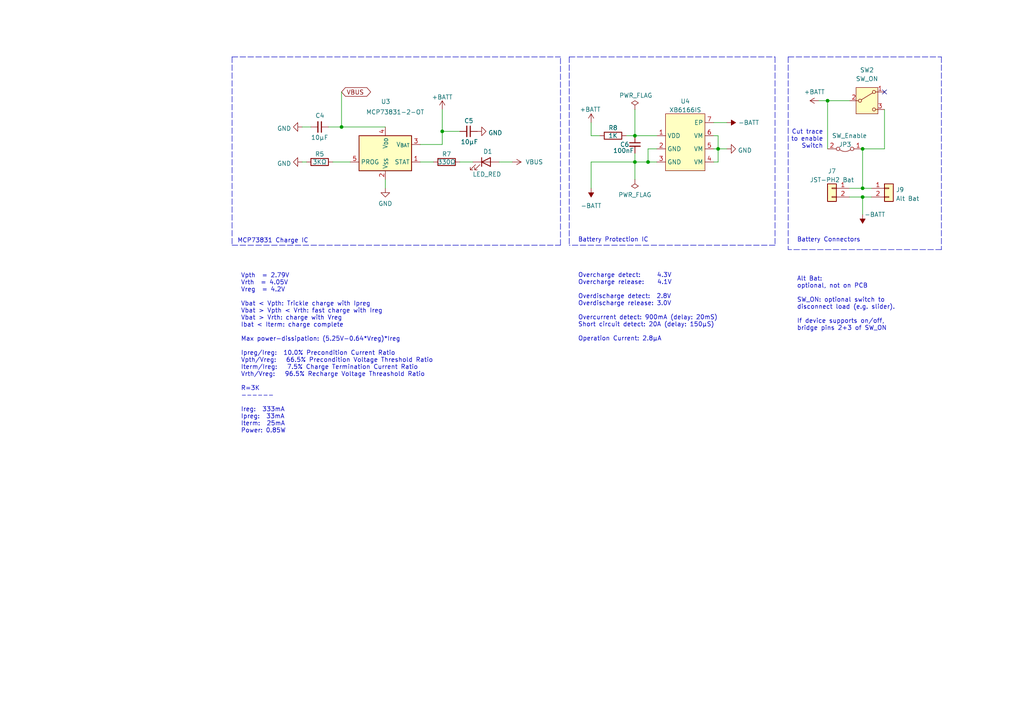
<source format=kicad_sch>
(kicad_sch (version 20230121) (generator eeschema)
  (paper "A4")
  (title_block (title "pico-app-base") (date "2024-06-10") (rev "0.90") (company "Bernhard Bablok") (comment 1 "https://github.com/bablokb/pcb-pico-app-base"))
  (lib_symbols
    (symbol "Battery_Management:MCP73831-2-OT"
      (property "Reference" "U" (at -7.62 6.35 0))
      (property "Value" "MCP73831-2-OT" (at 1.27 6.35 0))
      (symbol "MCP73831-2-OT_0_1"
        (rectangle (start -7.62 5.08) (end 7.62 -5.08) (stroke (width 0.254)) (fill (type background)))
      )
      (symbol "MCP73831-2-OT_1_1"
        (pin tri_state line (at 10.16 -2.54 180) (length 2.54) (name "STAT") (number "1"))
        (pin power_in line (at 0 -7.62 90) (length 2.54) (name "V_{SS}") (number "2"))
        (pin power_out line (at 10.16 2.54 180) (length 2.54) (name "V_{BAT}") (number "3"))
        (pin power_in line (at 0 7.62 270) (length 2.54) (name "V_{DD}") (number "4"))
        (pin input line (at -10.16 -2.54 0) (length 2.54) (name "PROG") (number "5"))
      )
    )
    (symbol "Connector_Generic:Conn_01x02" (pin_names (offset 1.016) hide)
      (property "Reference" "J" (at 0 2.54 0))
      (property "Value" "Conn_01x02" (at 0 -5.08 0))
      (symbol "Conn_01x02_1_1"
        (rectangle (start -1.27 -2.413) (end 0 -2.667) (stroke (width 0.1524)))
        (rectangle (start -1.27 0.127) (end 0 -0.127) (stroke (width 0.1524)))
        (rectangle (start -1.27 1.27) (end 1.27 -3.81) (stroke (width 0.254)) (fill (type background)))
        (pin passive line (at -5.08 0 0) (length 3.81) (name "Pin_1") (number "1"))
        (pin passive line (at -5.08 -2.54 0) (length 3.81) (name "Pin_2") (number "2"))
      )
    )
    (symbol "Device:C_Small" (pin_numbers hide) (pin_names (offset 0.254) hide)
      (property "Reference" "C" (at 0.254 1.778 0))
      (property "Value" "C_Small" (at 0.254 -2.032 0))
      (symbol "C_Small_0_1"
        (polyline (pts (xy -1.524 -0.508) (xy 1.524 -0.508)) (stroke (width 0.3302)))
        (polyline (pts (xy -1.524 0.508) (xy 1.524 0.508)) (stroke (width 0.3048)))
      )
      (symbol "C_Small_1_1"
        (pin passive line (at 0 2.54 270) (length 2.032) (name "~") (number "1"))
        (pin passive line (at 0 -2.54 90) (length 2.032) (name "~") (number "2"))
      )
    )
    (symbol "Device:LED" (pin_numbers hide) (pin_names (offset 1.016) hide)
      (property "Reference" "D" (at 0 2.54 0))
      (property "Value" "LED" (at 0 -2.54 0))
      (symbol "LED_0_1"
        (polyline (pts (xy -1.27 -1.27) (xy -1.27 1.27)) (stroke (width 0.254)))
        (polyline (pts (xy -1.27 0) (xy 1.27 0)))
        (polyline (pts (xy 1.27 -1.27) (xy 1.27 1.27) (xy -1.27 0) (xy 1.27 -1.27)) (stroke (width 0.254)))
        (polyline (pts (xy -3.048 -0.762) (xy -4.572 -2.286) (xy -3.81 -2.286) (xy -4.572 -2.286) (xy -4.572 -1.524)))
        (polyline (pts (xy -1.778 -0.762) (xy -3.302 -2.286) (xy -2.54 -2.286) (xy -3.302 -2.286) (xy -3.302 -1.524)))
      )
      (symbol "LED_1_1"
        (pin passive line (at -3.81 0 0) (length 2.54) (name "K") (number "1"))
        (pin passive line (at 3.81 0 180) (length 2.54) (name "A") (number "2"))
      )
    )
    (symbol "Device:R" (pin_numbers hide) (pin_names (offset 0))
      (property "Reference" "R" (at 2.032 0 90))
      (property "Value" "R" (at 0 0 90))
      (symbol "R_0_1"
        (rectangle (start -1.016 -2.54) (end 1.016 2.54) (stroke (width 0.254)))
      )
      (symbol "R_1_1"
        (pin passive line (at 0 3.81 270) (length 1.27) (name "~") (number "1"))
        (pin passive line (at 0 -3.81 90) (length 1.27) (name "~") (number "2"))
      )
    )
    (symbol "Jumper:Jumper_2_Bridged" (pin_names (offset 0) hide)
      (property "Reference" "JP" (at 0 1.905 0))
      (property "Value" "Jumper_2_Bridged" (at 0 -2.54 0))
      (symbol "Jumper_2_Bridged_0_0"
        (circle (center -2.032 0) (radius 0.508))
        (circle (center 2.032 0) (radius 0.508))
      )
      (symbol "Jumper_2_Bridged_0_1"
        (arc (start 1.524 0.254) (mid 0 0.762) (end -1.524 0.254))
      )
      (symbol "Jumper_2_Bridged_1_1"
        (pin passive line (at -5.08 0 0) (length 2.54) (name "A") (number "1"))
        (pin passive line (at 5.08 0 180) (length 2.54) (name "B") (number "2"))
      )
    )
    (symbol "Switch:SW_SPDT" (pin_names (offset 0) hide)
      (property "Reference" "SW" (at 0 5.08 0))
      (property "Value" "SW_SPDT" (at 0 -5.08 0))
      (symbol "SW_SPDT_0_1"
        (circle (center -2.032 0) (radius 0.4572))
        (polyline (pts (xy -1.651 0.254) (xy 1.651 2.286)))
        (circle (center 2.032 -2.54) (radius 0.4572))
        (circle (center 2.032 2.54) (radius 0.4572))
      )
      (symbol "SW_SPDT_1_1"
        (rectangle (start -3.175 3.81) (end 3.175 -3.81) (fill (type background)))
        (pin passive line (at 5.08 2.54 180) (length 2.54) (name "A") (number "1"))
        (pin passive line (at -5.08 0 0) (length 2.54) (name "B") (number "2"))
        (pin passive line (at 5.08 -2.54 180) (length 2.54) (name "C") (number "3"))
      )
    )
    (symbol "power:+BATT" (power) (pin_names (offset 0))
      (property "Value" "+BATT" (at 0 3.556 0))
      (symbol "+BATT_0_1"
        (polyline (pts (xy -0.762 1.27) (xy 0 2.54)))
        (polyline (pts (xy 0 0) (xy 0 2.54)))
        (polyline (pts (xy 0 2.54) (xy 0.762 1.27)))
      )
      (symbol "+BATT_1_1"
        (pin power_in line (at 0 0 90) (length 0) hide (name "+BATT") (number "1"))
      )
    )
    (symbol "power:-BATT" (power) (pin_names (offset 0))
      (property "Value" "-BATT" (at 0 3.556 0))
      (symbol "-BATT_0_1"
        (polyline (pts (xy 0 0) (xy 0 2.54)))
        (polyline (pts (xy 0.762 1.27) (xy -0.762 1.27) (xy 0 2.54) (xy 0.762 1.27)) (fill (type outline)))
      )
      (symbol "-BATT_1_1"
        (pin power_in line (at 0 0 90) (length 0) hide (name "-BATT") (number "1"))
      )
    )
    (symbol "power:GND" (power) (pin_names (offset 0))
      (property "Value" "GND" (at 0 -3.81 0))
      (symbol "GND_0_1"
        (polyline (pts (xy 0 0) (xy 0 -1.27) (xy 1.27 -1.27) (xy 0 -2.54) (xy -1.27 -1.27) (xy 0 -1.27)))
      )
      (symbol "GND_1_1"
        (pin power_in line (at 0 0 270) (length 0) hide (name "GND") (number "1"))
      )
    )
    (symbol "power:PWR_FLAG" (power) (pin_numbers hide) (pin_names (offset 0) hide)
      (property "Value" "PWR_FLAG" (at 0 3.81 0))
      (symbol "PWR_FLAG_0_0"
        (pin power_out line (at 0 0 90) (length 0) (name "pwr") (number "1"))
      )
      (symbol "PWR_FLAG_0_1"
        (polyline (pts (xy 0 0) (xy 0 1.27) (xy -1.016 1.905) (xy 0 2.54) (xy 1.016 1.905) (xy 0 1.27)))
      )
    )
    (symbol "power:VBUS" (power) (pin_names (offset 0))
      (property "Value" "VBUS" (at 0 3.81 0))
      (symbol "VBUS_0_1"
        (polyline (pts (xy -0.762 1.27) (xy 0 2.54)))
        (polyline (pts (xy 0 0) (xy 0 2.54)))
        (polyline (pts (xy 0 2.54) (xy 0.762 1.27)))
      )
      (symbol "VBUS_1_1"
        (pin power_in line (at 0 0 90) (length 0) hide (name "VBUS") (number "1"))
      )
    )
    (symbol "user:XB6166IS"
      (property "Reference" "U" (at 0 12.7 0))
      (property "Value" "XB6166IS" (at 1.27 10.16 0))
      (symbol "XB6166IS_0_1"
        (rectangle (start -5.08 8.89) (end 6.35 -7.62) (stroke (width 0.1524)) (fill (type background)))
      )
      (symbol "XB6166IS_1_1"
        (pin power_in line (at -7.62 2.54 0) (length 2.54) (name "VDD") (number "1"))
        (pin power_in line (at -7.62 -1.27 0) (length 2.54) (name "GND") (number "2"))
        (pin power_in line (at -7.62 -5.08 0) (length 2.54) (name "GND") (number "3"))
        (pin power_in line (at 8.89 -5.08 180) (length 2.54) (name "VM") (number "4"))
        (pin power_in line (at 8.89 -1.27 180) (length 2.54) (name "VM") (number "5"))
        (pin power_in line (at 8.89 2.54 180) (length 2.54) (name "VM") (number "6"))
        (pin power_in line (at 8.89 6.35 180) (length 2.54) (name "EP") (number "7"))
      )
    )
  )
  (junction (at 250.19 57.15))
  (junction (at 184.15 46.99))
  (junction (at 250.19 54.61))
  (junction (at 208.28 43.18))
  (junction (at 250.19 43.18))
  (junction (at 240.03 29.21))
  (junction (at 99.06 36.83))
  (junction (at 184.15 39.37))
  (junction (at 187.96 46.99))
  (junction (at 128.27 38.1))
  (no_connect (at 256.54 26.67))
  (wire (pts (xy 250.19 54.61) (xy 252.73 54.61)))
  (wire (pts (xy 144.78 46.99) (xy 148.59 46.99)))
  (wire (pts (xy 121.92 41.91) (xy 128.27 41.91)))
  (wire (pts (xy 125.73 46.99) (xy 121.92 46.99)))
  (polyline (pts (xy 162.56 71.12) (xy 162.56 16.51)) (stroke (width 0) (type dash)))
  (wire (pts (xy 133.35 46.99) (xy 137.16 46.99)))
  (wire (pts (xy 250.19 57.15) (xy 250.19 62.23)))
  (wire (pts (xy 190.5 46.99) (xy 187.96 46.99)))
  (wire (pts (xy 128.27 31.75) (xy 128.27 38.1)))
  (wire (pts (xy 111.76 54.61) (xy 111.76 52.07)))
  (wire (pts (xy 246.38 57.15) (xy 250.19 57.15)))
  (wire (pts (xy 250.19 43.18) (xy 250.19 54.61)))
  (wire (pts (xy 184.15 44.45) (xy 184.15 46.99)))
  (polyline (pts (xy 273.05 16.51) (xy 273.05 72.39)) (stroke (width 0) (type dash)))
  (wire (pts (xy 171.45 46.99) (xy 184.15 46.99)))
  (wire (pts (xy 246.38 54.61) (xy 250.19 54.61)))
  (polyline (pts (xy 67.31 16.51) (xy 67.31 71.12)) (stroke (width 0) (type dash)))
  (polyline (pts (xy 228.6 16.51) (xy 273.05 16.51)) (stroke (width 0) (type dash)))
  (wire (pts (xy 208.28 39.37) (xy 208.28 43.18)))
  (wire (pts (xy 95.25 36.83) (xy 99.06 36.83)))
  (wire (pts (xy 99.06 26.67) (xy 99.06 36.83)))
  (polyline (pts (xy 224.79 71.12) (xy 165.1 71.12)) (stroke (width 0) (type dash)))
  (wire (pts (xy 187.96 43.18) (xy 190.5 43.18)))
  (polyline (pts (xy 67.31 71.12) (xy 162.56 71.12)) (stroke (width 0) (type dash)))
  (polyline (pts (xy 67.31 16.51) (xy 162.56 16.51)) (stroke (width 0) (type dash)))
  (wire (pts (xy 96.52 46.99) (xy 101.6 46.99)))
  (wire (pts (xy 187.96 43.18) (xy 187.96 46.99)))
  (polyline (pts (xy 165.1 16.51) (xy 224.79 16.51)) (stroke (width 0) (type dash)))
  (wire (pts (xy 171.45 54.61) (xy 171.45 46.99)))
  (wire (pts (xy 207.01 39.37) (xy 208.28 39.37)))
  (wire (pts (xy 208.28 43.18) (xy 208.28 46.99)))
  (wire (pts (xy 171.45 39.37) (xy 171.45 35.56)))
  (wire (pts (xy 133.35 38.1) (xy 128.27 38.1)))
  (polyline (pts (xy 228.6 16.51) (xy 228.6 72.39)) (stroke (width 0) (type dash)))
  (wire (pts (xy 184.15 31.75) (xy 184.15 39.37)))
  (wire (pts (xy 128.27 41.91) (xy 128.27 38.1)))
  (wire (pts (xy 250.19 57.15) (xy 252.73 57.15)))
  (wire (pts (xy 184.15 39.37) (xy 190.5 39.37)))
  (wire (pts (xy 256.54 31.75) (xy 256.54 43.18)))
  (wire (pts (xy 240.03 29.21) (xy 246.38 29.21)))
  (wire (pts (xy 210.82 43.18) (xy 208.28 43.18)))
  (wire (pts (xy 173.99 39.37) (xy 171.45 39.37)))
  (polyline (pts (xy 165.1 16.51) (xy 165.1 71.12)) (stroke (width 0) (type dash)))
  (wire (pts (xy 240.03 29.21) (xy 240.03 43.18)))
  (wire (pts (xy 208.28 46.99) (xy 207.01 46.99)))
  (wire (pts (xy 87.63 46.99) (xy 88.9 46.99)))
  (wire (pts (xy 240.03 29.21) (xy 237.49 29.21)))
  (wire (pts (xy 210.82 35.56) (xy 207.01 35.56)))
  (wire (pts (xy 208.28 43.18) (xy 207.01 43.18)))
  (wire (pts (xy 111.76 36.83) (xy 99.06 36.83)))
  (wire (pts (xy 181.61 39.37) (xy 184.15 39.37)))
  (wire (pts (xy 184.15 52.07) (xy 184.15 46.99)))
  (polyline (pts (xy 273.05 72.39) (xy 228.6 72.39)) (stroke (width 0) (type dash)))
  (wire (pts (xy 250.19 43.18) (xy 256.54 43.18)))
  (polyline (pts (xy 224.79 16.51) (xy 224.79 71.12)) (stroke (width 0) (type dash)))
  (wire (pts (xy 184.15 46.99) (xy 187.96 46.99)))
  (wire (pts (xy 87.63 36.83) (xy 90.17 36.83)))
  (text "Alt Bat:\noptional, not on PCB\n\nSW_ON: optional switch to\ndisconnect load (e.g. slider).\n\nIf device supports on/off,\nbridge pins 2+3 of SW_ON" (at 231.14 96.012 0) (effects (font (size 1.27 1.27)) (justify left bottom)))
  (text "Battery Connectors" (at 231.14 70.358 0) (effects (font (size 1.27 1.27)) (justify left bottom)))
  (text "MCP73831 Charge IC" (at 68.834 70.612 0) (effects (font (size 1.27 1.27)) (justify left bottom)))
  (text "Vpth  = 2.79V\nVrth  = 4.05V\nVreg  = 4.2V\n\nVbat < Vpth: Trickle charge with Ipreg\nVbat > Vpth < Vrth: fast charge with Ireg\nVbat > Vrth: charge with Vreg\nIbat < Iterm: charge complete\n\nMax power-dissipation: (5.25V-0.64*Vreg)*Ireg\n\nIpreg/Ireg:  10.0% Precondition Current Ratio\nVpth/Vreg:   66.5% Precondition Voltage Threshold Ratio\nIterm/Ireg:   7.5% Charge Termination Current Ratio\nVrth/Vreg:   96.5% Recharge Voltage Threashold Ratio\n\nR=3K\n------\n\nIreg:  333mA\nIpreg:  33mA\nIterm:  25mA\nPower: 0.85W\n" (at 69.85 125.73 0) (effects (font (size 1.27 1.27)) (justify left bottom)))
  (text "Battery Protection IC" (at 167.64 70.358 0) (effects (font (size 1.27 1.27)) (justify left bottom)))
  (text "Overcharge detect:     4.3V\nOvercharge release:    4.1V\n\nOverdischarge detect:  2.8V\nOverdischarge release: 3.0V\n\nOvercurrent detect: 900mA (delay: 20mS)\nShort circuit detect: 20A (delay: 150µS)\n\nOperation Current: 2.8µA" (at 167.64 99.06 0) (effects (font (size 1.27 1.27)) (justify left bottom)))
  (text "Cut trace\nto enable\nSwitch" (at 238.76 43.18 0) (effects (font (size 1.27 1.27)) (justify right bottom)))
  (global_label "VBUS" (shape bidirectional) (at 99.06 26.67 0) (property "Intersheetrefs" "${INTERSHEET_REFS}" (effects hide)))
  (symbol (lib_id "power:GND") (at 111.76 54.61 0) (unit 1)
    (property "Reference" "#PWR021" (effects hide))
    (property "Value" "GND" (at 111.76 59.0534 0))
  )
  (symbol (lib_id "Connector_Generic:Conn_01x02") (at 257.81 54.61 0) (unit 1) (in_bom no)
    (property "Reference" "J9" (at 259.842 55.0453 0) (effects (justify left)))
    (property "Value" "Alt Bat" (at 259.842 57.5822 0) (effects (justify left)))
    (property "Footprint" "Connector_PinHeader_2.54mm:PinHeader_1x02_P2.54mm_Vertical" (effects hide))
  )
  (symbol (lib_id "power:-BATT") (at 250.19 62.23 180) (unit 1)
    (property "Reference" "#PWR031" (effects hide))
    (property "Value" "-BATT" (at 256.794 62.23 0) (effects (justify left)))
  )
  (symbol (lib_id "power:+BATT") (at 128.27 31.75 0) (unit 1)
    (property "Reference" "#PWR022" (effects hide))
    (property "Value" "+BATT" (at 128.27 28.1742 0))
  )
  (symbol (lib_id "power:-BATT") (at 210.82 35.56 270) (unit 1)
    (property "Reference" "#PWR027" (effects hide))
    (property "Value" "-BATT" (at 214.122 35.56 90) (effects (justify left)))
  )
  (symbol (lib_id "Device:R") (at 92.71 46.99 270) (unit 1)
    (property "Reference" "R5" (at 92.71 44.704 90))
    (property "Value" "3KΩ" (at 92.71 46.99 90))
    (property "Footprint" "Resistor_SMD:R_0603_1608Metric" (effects hide))
    (property "LCSC" "C4211" (effects hide))
  )
  (symbol (lib_id "power:GND") (at 87.63 46.99 270) (unit 1)
    (property "Reference" "#PWR018" (effects hide))
    (property "Value" "GND" (at 84.4551 47.4238 90) (effects (justify right)))
  )
  (symbol (lib_id "power:GND") (at 210.82 43.18 90) (unit 1)
    (property "Reference" "#PWR028" (effects hide))
    (property "Value" "GND" (at 213.995 43.6138 90) (effects (justify right)))
  )
  (symbol (lib_id "Jumper:Jumper_2_Bridged") (at 245.11 43.18 180) (unit 1) (in_bom no)
    (property "Reference" "JP3" (at 245.11 41.91 0))
    (property "Value" "SW_Enable" (at 246.38 39.37 0))
    (property "Footprint" "Jumper:SolderJumper-2_P1.3mm_Bridged_Pad1.0x1.5mm" (effects hide))
  )
  (symbol (lib_id "power:GND") (at 138.43 38.1 90) (unit 1)
    (property "Reference" "#PWR023" (effects hide))
    (property "Value" "GND" (at 141.605 38.5338 90) (effects (justify right)))
  )
  (symbol (lib_id "power:+BATT") (at 237.49 29.21 90) (mirror x) (unit 1)
    (property "Reference" "#PWR032" (effects hide))
    (property "Value" "+BATT" (at 236.22 26.67 90))
  )
  (symbol (lib_id "user:XB6166IS") (at 198.12 41.91 0) (unit 1)
    (property "Reference" "U4" (at 198.755 29.371 0))
    (property "Value" "XB6166IS" (at 198.755 31.9079 0))
    (property "Footprint" "user:DFN-2x2mm-0.75" (effects hide))
    (property "LCSC" "C94310" (effects hide))
  )
  (symbol (lib_id "power:+BATT") (at 171.45 35.56 0) (unit 1)
    (property "Reference" "#PWR025" (effects hide))
    (property "Value" "+BATT" (at 174.244 31.75 0) (effects (justify right)))
  )
  (symbol (lib_id "power:GND") (at 87.63 36.83 270) (unit 1)
    (property "Reference" "#PWR019" (effects hide))
    (property "Value" "GND" (at 84.4551 37.2638 90) (effects (justify right)))
  )
  (symbol (lib_id "power:PWR_FLAG") (at 184.15 52.07 180) (unit 1)
    (property "Reference" "#FLG02" (effects hide))
    (property "Value" "PWR_FLAG" (at 184.15 56.5134 0))
  )
  (symbol (lib_id "Device:C_Small") (at 92.71 36.83 270) (unit 1)
    (property "Reference" "C4" (at 91.44 33.528 90) (effects (justify left)))
    (property "Value" "10µF" (at 90.17 39.878 90) (effects (justify left)))
    (property "Footprint" "Capacitor_SMD:C_0603_1608Metric" (effects hide))
    (property "LCSC" "C19702" (effects hide))
  )
  (symbol (lib_id "Device:R") (at 177.8 39.37 270) (unit 1)
    (property "Reference" "R8" (at 177.8 37.084 90))
    (property "Value" "1K" (at 177.8 39.37 90))
    (property "Footprint" "Resistor_SMD:R_0603_1608Metric" (effects hide))
    (property "LCSC" "C21190" (effects hide))
  )
  (symbol (lib_id "Device:C_Small") (at 135.89 38.1 270) (unit 1)
    (property "Reference" "C5" (at 134.62 35.052 90) (effects (justify left)))
    (property "Value" "10µF" (at 133.604 41.148 90) (effects (justify left)))
    (property "Footprint" "Capacitor_SMD:C_0603_1608Metric" (effects hide))
    (property "LCSC" "C19702" (effects hide))
  )
  (symbol (lib_id "Device:R") (at 129.54 46.99 90) (unit 1)
    (property "Reference" "R7" (at 129.54 44.704 90))
    (property "Value" "330Ω" (at 129.54 46.99 90))
    (property "Footprint" "Resistor_SMD:R_0402_1005Metric" (effects hide))
    (property "LCSC" "C25104" (effects hide))
  )
  (symbol (lib_id "Connector_Generic:Conn_01x02") (at 241.3 54.61 0) (mirror y) (unit 1)
    (property "Reference" "J7" (at 241.3 49.6402 0))
    (property "Value" "JST-PH2 Bat" (at 241.3 52.1771 0))
    (property "Footprint" "Connector_JST:JST_PH_S2B-PH-SM4-TB_1x02-1MP_P2.00mm_Horizontal" (effects hide))
    (property "LCSC" "C295747" (effects hide))
  )
  (symbol (lib_id "power:VBUS") (at 148.59 46.99 270) (unit 1)
    (property "Reference" "#PWR014" (effects hide))
    (property "Value" "VBUS" (at 152.4 46.99 90) (effects (justify left)))
  )
  (symbol (lib_id "power:-BATT") (at 171.45 54.61 180) (unit 1)
    (property "Reference" "#PWR026" (effects hide))
    (property "Value" "-BATT" (at 174.498 59.69 0) (effects (justify left)))
  )
  (symbol (lib_id "power:PWR_FLAG") (at 184.15 31.75 0) (unit 1)
    (property "Reference" "#FLG01" (effects hide))
    (property "Value" "PWR_FLAG" (at 179.578 27.686 0) (effects (justify left)))
  )
  (symbol (lib_id "Device:LED") (at 140.97 46.99 0) (unit 1)
    (property "Reference" "D1" (at 141.478 43.942 0))
    (property "Value" "LED_RED" (at 141.224 50.546 0))
    (property "Footprint" "LED_SMD:LED_0805_2012Metric" (effects hide))
    (property "LCSC" "C84256" (effects hide))
  )
  (symbol (lib_id "Switch:SW_SPDT") (at 251.46 29.21 0) (unit 1) (in_bom no)
    (property "Reference" "SW2" (at 251.46 20.32 0))
    (property "Value" "SW_ON" (at 251.46 22.86 0))
    (property "Footprint" "Connector_PinHeader_2.54mm:PinHeader_1x03_P2.54mm_Vertical" (effects hide))
  )
  (symbol (lib_id "Battery_Management:MCP73831-2-OT") (at 111.76 44.45 0) (unit 1)
    (property "Reference" "U3" (at 110.49 29.464 0) (effects (justify left)))
    (property "Value" "MCP73831-2-OT" (at 106.172 32.512 0) (effects (justify left)))
    (property "Footprint" "Package_TO_SOT_SMD:SOT-23-5" (effects hide))
    (property "Datasheet" "http://ww1.microchip.com/downloads/en/DeviceDoc/20001984g.pdf" (effects hide))
    (property "LCSC" "C424093" (effects hide))
  )
  (symbol (lib_id "Device:C_Small") (at 184.15 41.91 0) (unit 1)
    (property "Reference" "C6" (at 179.832 41.91 0) (effects (justify left)))
    (property "Value" "100nF" (at 177.8 43.688 0) (effects (justify left)))
    (property "Footprint" "Capacitor_SMD:C_0402_1005Metric" (effects hide))
    (property "LCSC" "C1525" (effects hide))
  )
)
</source>
